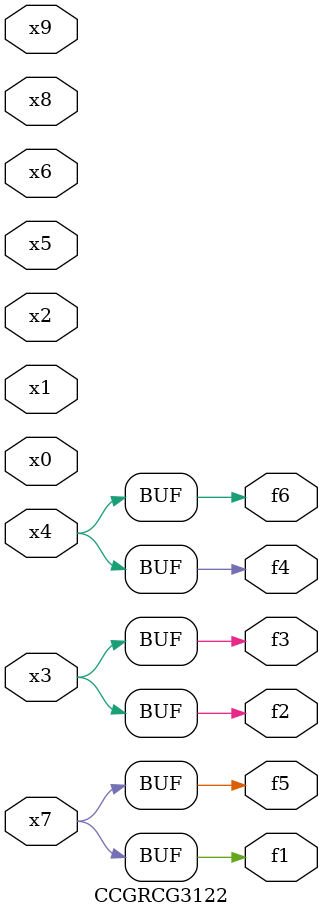
<source format=v>
module CCGRCG3122(
	input x0, x1, x2, x3, x4, x5, x6, x7, x8, x9,
	output f1, f2, f3, f4, f5, f6
);
	assign f1 = x7;
	assign f2 = x3;
	assign f3 = x3;
	assign f4 = x4;
	assign f5 = x7;
	assign f6 = x4;
endmodule

</source>
